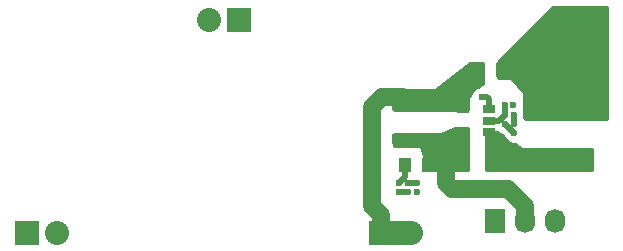
<source format=gbr>
G04 #@! TF.FileFunction,Copper,L1,Top,Signal*
%FSLAX46Y46*%
G04 Gerber Fmt 4.6, Leading zero omitted, Abs format (unit mm)*
G04 Created by KiCad (PCBNEW 4.0.4-stable) date 12/28/16 17:41:51*
%MOMM*%
%LPD*%
G01*
G04 APERTURE LIST*
%ADD10C,0.100000*%
%ADD11R,2.032000X2.032000*%
%ADD12O,2.032000X2.032000*%
%ADD13R,1.000000X1.250000*%
%ADD14R,1.000000X1.000000*%
%ADD15R,6.000000X2.000000*%
%ADD16R,1.727200X2.032000*%
%ADD17O,1.727200X2.032000*%
%ADD18R,1.060000X0.650000*%
%ADD19R,1.700000X0.900000*%
%ADD20C,0.600000*%
%ADD21C,1.500000*%
%ADD22C,0.500000*%
%ADD23C,2.000000*%
%ADD24C,0.254000*%
G04 APERTURE END LIST*
D10*
D11*
X91000000Y-109000000D03*
D12*
X93540000Y-109000000D03*
D11*
X109000000Y-91000000D03*
D12*
X106460000Y-91000000D03*
D13*
X129200000Y-95200000D03*
X131200000Y-95200000D03*
X125000000Y-103250000D03*
X123000000Y-103250000D03*
D14*
X127800000Y-102750000D03*
X130300000Y-102750000D03*
D15*
X136000000Y-98350000D03*
X136000000Y-102850000D03*
D16*
X130660000Y-108000000D03*
D17*
X133200000Y-108000000D03*
X135740000Y-108000000D03*
D18*
X130150000Y-100434286D03*
X130150000Y-99484286D03*
X130150000Y-98534286D03*
X127950000Y-98534286D03*
X127950000Y-100434286D03*
D11*
X121000000Y-109000000D03*
D12*
X123540000Y-109000000D03*
D11*
X139000000Y-91000000D03*
D12*
X136460000Y-91000000D03*
D19*
X122800000Y-101050000D03*
X122800000Y-98150000D03*
X125200000Y-101050000D03*
X125200000Y-98150000D03*
D20*
X132200000Y-98200000D03*
X131500000Y-98200000D03*
X124000000Y-105500000D03*
X124000000Y-104750000D03*
X123250000Y-104750000D03*
X123250000Y-105500000D03*
X122500000Y-105500000D03*
X122500000Y-104750000D03*
X132250000Y-100500000D03*
X131500000Y-99750000D03*
X132250000Y-99750000D03*
X132250000Y-99000000D03*
X131500000Y-99000000D03*
X129500000Y-97500000D03*
D21*
X126500000Y-104750000D02*
X126500000Y-102500000D01*
X127000000Y-105250000D02*
X126500000Y-104750000D01*
X131750000Y-105250000D02*
X127000000Y-105250000D01*
X133200000Y-106700000D02*
X131750000Y-105250000D01*
X133200000Y-108000000D02*
X133200000Y-106700000D01*
D22*
X131500000Y-99000000D02*
X131500000Y-98200000D01*
X123250000Y-104750000D02*
X124000000Y-104750000D01*
X122500000Y-105500000D02*
X123250000Y-105500000D01*
X123000000Y-103250000D02*
X123000000Y-104250000D01*
X123000000Y-104250000D02*
X122500000Y-104750000D01*
X131500000Y-99750000D02*
X132250000Y-100500000D01*
X132250000Y-99000000D02*
X132250000Y-99750000D01*
X130150000Y-99484286D02*
X131015714Y-99484286D01*
X131015714Y-99484286D02*
X131500000Y-99000000D01*
X130300000Y-102750000D02*
X130300000Y-100584286D01*
X130300000Y-100584286D02*
X130150000Y-100434286D01*
X130000000Y-97500000D02*
X130150000Y-97650000D01*
X130150000Y-97650000D02*
X130150000Y-98534286D01*
X129500000Y-97500000D02*
X130000000Y-97500000D01*
D21*
X121100000Y-97500000D02*
X122750000Y-97500000D01*
X120250000Y-98750000D02*
X120250000Y-98350000D01*
X120250000Y-98350000D02*
X121100000Y-97500000D01*
X120250000Y-106750000D02*
X120250000Y-98750000D01*
X121000000Y-107500000D02*
X120250000Y-106750000D01*
X121000000Y-109000000D02*
X121000000Y-107500000D01*
D23*
X121000000Y-109000000D02*
X123540000Y-109000000D01*
D24*
G36*
X129623000Y-96373000D02*
X129500000Y-96373000D01*
X129450590Y-96383006D01*
X129410197Y-96410197D01*
X129213817Y-96606577D01*
X128971057Y-96706883D01*
X128707808Y-96969673D01*
X128606326Y-97214068D01*
X128410197Y-97410197D01*
X128382334Y-97452211D01*
X128373000Y-97500000D01*
X128373000Y-98623000D01*
X122127000Y-98623000D01*
X122127000Y-96877000D01*
X125500000Y-96877000D01*
X125549410Y-96866994D01*
X125576200Y-96851600D01*
X128542333Y-94627000D01*
X129623000Y-94627000D01*
X129623000Y-96373000D01*
X129623000Y-96373000D01*
G37*
X129623000Y-96373000D02*
X129500000Y-96373000D01*
X129450590Y-96383006D01*
X129410197Y-96410197D01*
X129213817Y-96606577D01*
X128971057Y-96706883D01*
X128707808Y-96969673D01*
X128606326Y-97214068D01*
X128410197Y-97410197D01*
X128382334Y-97452211D01*
X128373000Y-97500000D01*
X128373000Y-98623000D01*
X122127000Y-98623000D01*
X122127000Y-96877000D01*
X125500000Y-96877000D01*
X125549410Y-96866994D01*
X125576200Y-96851600D01*
X128542333Y-94627000D01*
X129623000Y-94627000D01*
X129623000Y-96373000D01*
G36*
X131203164Y-100704744D02*
X131407255Y-100908835D01*
X131456883Y-101028943D01*
X131719673Y-101292192D01*
X132063201Y-101434838D01*
X132298613Y-101435043D01*
X132929553Y-101855670D01*
X133000000Y-101877000D01*
X138873000Y-101877000D01*
X138873000Y-103623000D01*
X129877000Y-103623000D01*
X129877000Y-100456726D01*
X130680000Y-100456726D01*
X130797869Y-100434547D01*
X131203164Y-100704744D01*
X131203164Y-100704744D01*
G37*
X131203164Y-100704744D02*
X131407255Y-100908835D01*
X131456883Y-101028943D01*
X131719673Y-101292192D01*
X132063201Y-101434838D01*
X132298613Y-101435043D01*
X132929553Y-101855670D01*
X133000000Y-101877000D01*
X138873000Y-101877000D01*
X138873000Y-103623000D01*
X129877000Y-103623000D01*
X129877000Y-100456726D01*
X130680000Y-100456726D01*
X130797869Y-100434547D01*
X131203164Y-100704744D01*
G36*
X128373000Y-103623000D02*
X124627000Y-103623000D01*
X124627000Y-102500000D01*
X124620483Y-102459839D01*
X124370483Y-101709839D01*
X124345366Y-101666129D01*
X124305221Y-101635634D01*
X124250000Y-101623000D01*
X122127000Y-101623000D01*
X122127000Y-100627000D01*
X126000000Y-100627000D01*
X126047167Y-100617917D01*
X127274460Y-100127000D01*
X128373000Y-100127000D01*
X128373000Y-103623000D01*
X128373000Y-103623000D01*
G37*
X128373000Y-103623000D02*
X124627000Y-103623000D01*
X124627000Y-102500000D01*
X124620483Y-102459839D01*
X124370483Y-101709839D01*
X124345366Y-101666129D01*
X124305221Y-101635634D01*
X124250000Y-101623000D01*
X122127000Y-101623000D01*
X122127000Y-100627000D01*
X126000000Y-100627000D01*
X126047167Y-100617917D01*
X127274460Y-100127000D01*
X128373000Y-100127000D01*
X128373000Y-103623000D01*
G36*
X140123000Y-99373000D02*
X133135000Y-99373000D01*
X133135000Y-99306822D01*
X133184838Y-99186799D01*
X133185162Y-98814833D01*
X133127000Y-98674070D01*
X133127000Y-98405675D01*
X133134838Y-98386799D01*
X133135162Y-98014833D01*
X133127000Y-97995079D01*
X133127000Y-97250000D01*
X133116994Y-97200590D01*
X133099170Y-97170664D01*
X132099170Y-95920664D01*
X132060491Y-95888331D01*
X132000000Y-95873000D01*
X130877000Y-95873000D01*
X130877000Y-94552606D01*
X135552606Y-89877000D01*
X140123000Y-89877000D01*
X140123000Y-99373000D01*
X140123000Y-99373000D01*
G37*
X140123000Y-99373000D02*
X133135000Y-99373000D01*
X133135000Y-99306822D01*
X133184838Y-99186799D01*
X133185162Y-98814833D01*
X133127000Y-98674070D01*
X133127000Y-98405675D01*
X133134838Y-98386799D01*
X133135162Y-98014833D01*
X133127000Y-97995079D01*
X133127000Y-97250000D01*
X133116994Y-97200590D01*
X133099170Y-97170664D01*
X132099170Y-95920664D01*
X132060491Y-95888331D01*
X132000000Y-95873000D01*
X130877000Y-95873000D01*
X130877000Y-94552606D01*
X135552606Y-89877000D01*
X140123000Y-89877000D01*
X140123000Y-99373000D01*
M02*

</source>
